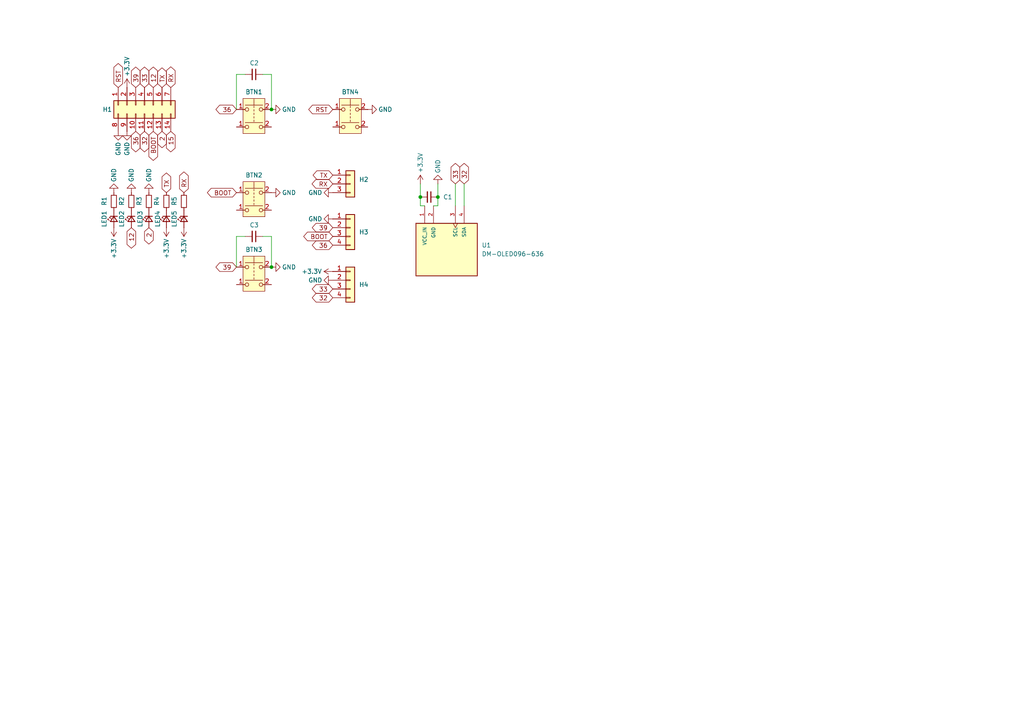
<source format=kicad_sch>
(kicad_sch (version 20231120) (generator "eeschema") (generator_version "8.0")
  (paper "A4")
  (lib_symbols
    (symbol "Connector_Generic:Conn_01x03" (pin_names (offset 1.016) hide)
      (property "Reference" "J" (at 0 5.08 0))
      (property "Value" "Conn_01x03" (at 0 -5.08 0))
      (symbol "Conn_01x03_1_1"
        (rectangle (start -1.27 -2.413) (end 0 -2.667) (stroke (width 0.1524)))
        (rectangle (start -1.27 0.127) (end 0 -0.127) (stroke (width 0.1524)))
        (rectangle (start -1.27 2.667) (end 0 2.413) (stroke (width 0.1524)))
        (rectangle (start -1.27 3.81) (end 1.27 -3.81) (stroke (width 0.254)) (fill (type background)))
        (pin passive line (at -5.08 2.54 0) (length 3.81) (name "Pin_1") (number "1"))
        (pin passive line (at -5.08 0 0) (length 3.81) (name "Pin_2") (number "2"))
        (pin passive line (at -5.08 -2.54 0) (length 3.81) (name "Pin_3") (number "3"))
      )
    )
    (symbol "Connector_Generic:Conn_01x04" (pin_names (offset 1.016) hide)
      (property "Reference" "J" (at 0 5.08 0))
      (property "Value" "Conn_01x04" (at 0 -7.62 0))
      (symbol "Conn_01x04_1_1"
        (rectangle (start -1.27 -4.953) (end 0 -5.207) (stroke (width 0.1524)))
        (rectangle (start -1.27 -2.413) (end 0 -2.667) (stroke (width 0.1524)))
        (rectangle (start -1.27 0.127) (end 0 -0.127) (stroke (width 0.1524)))
        (rectangle (start -1.27 2.667) (end 0 2.413) (stroke (width 0.1524)))
        (rectangle (start -1.27 3.81) (end 1.27 -6.35) (stroke (width 0.254)) (fill (type background)))
        (pin passive line (at -5.08 2.54 0) (length 3.81) (name "Pin_1") (number "1"))
        (pin passive line (at -5.08 0 0) (length 3.81) (name "Pin_2") (number "2"))
        (pin passive line (at -5.08 -2.54 0) (length 3.81) (name "Pin_3") (number "3"))
        (pin passive line (at -5.08 -5.08 0) (length 3.81) (name "Pin_4") (number "4"))
      )
    )
    (symbol "Connector_Generic:Conn_02x07_Top_Bottom" (pin_names (offset 1.016) hide)
      (property "Reference" "J1" (at -7.62 0.0001 0))
      (symbol "Conn_02x07_Top_Bottom_1_1"
        (rectangle (start -4.953 -3.81) (end -5.207 -2.54) (stroke (width 0.1524)))
        (rectangle (start -4.953 1.27) (end -5.207 0) (stroke (width 0.1524)))
        (rectangle (start -2.413 -3.81) (end -2.667 -2.54) (stroke (width 0.1524)))
        (rectangle (start -2.413 1.27) (end -2.667 0) (stroke (width 0.1524)))
        (rectangle (start 0.127 -3.81) (end -0.127 -2.54) (stroke (width 0.1524)))
        (rectangle (start 0.127 1.27) (end -0.127 0) (stroke (width 0.1524)))
        (rectangle (start 2.667 -3.81) (end 2.413 -2.54) (stroke (width 0.1524)))
        (rectangle (start 2.667 1.27) (end 2.413 0) (stroke (width 0.1524)))
        (rectangle (start 5.207 -3.81) (end 4.953 -2.54) (stroke (width 0.1524)))
        (rectangle (start 5.207 1.27) (end 4.953 0) (stroke (width 0.1524)))
        (rectangle (start 7.747 -3.81) (end 7.493 -2.54) (stroke (width 0.1524)))
        (rectangle (start 7.747 1.27) (end 7.493 0) (stroke (width 0.1524)))
        (rectangle (start 10.287 -3.81) (end 10.033 -2.54) (stroke (width 0.1524)))
        (rectangle (start 10.287 1.27) (end 10.033 0) (stroke (width 0.1524)))
        (rectangle (start 11.43 1.27) (end -6.35 -3.81) (stroke (width 0.254)) (fill (type background)))
        (pin passive line (at -5.08 5.08 270) (length 3.81) (name "Pin_1") (number "1"))
        (pin passive line (at 0 -7.62 90) (length 3.81) (name "Pin_10") (number "10"))
        (pin passive line (at 2.54 -7.62 90) (length 3.81) (name "Pin_11") (number "11"))
        (pin passive line (at 5.08 -7.62 90) (length 3.81) (name "Pin_12") (number "12"))
        (pin passive line (at 7.62 -7.62 90) (length 3.81) (name "Pin_13") (number "13"))
        (pin passive line (at 10.16 -7.62 90) (length 3.81) (name "Pin_14") (number "14"))
        (pin passive line (at -2.54 5.08 270) (length 3.81) (name "Pin_2") (number "2"))
        (pin passive line (at 0 5.08 270) (length 3.81) (name "Pin_3") (number "3"))
        (pin passive line (at 2.54 5.08 270) (length 3.81) (name "Pin_4") (number "4"))
        (pin passive line (at 5.08 5.08 270) (length 3.81) (name "Pin_5") (number "5"))
        (pin passive line (at 7.62 5.08 270) (length 3.81) (name "Pin_6") (number "6"))
        (pin passive line (at 10.16 5.08 270) (length 3.81) (name "Pin_7") (number "7"))
        (pin passive line (at -5.08 -7.62 90) (length 3.81) (name "Pin_8") (number "8"))
        (pin passive line (at -2.54 -7.62 90) (length 3.81) (name "Pin_9") (number "9"))
      )
    )
    (symbol "Device:C_Small" (pin_numbers hide) (pin_names (offset 0.254) hide)
      (property "Reference" "C" (at 0.254 1.778 0))
      (property "Value" "C_Small" (at 0.254 -2.032 0))
      (symbol "C_Small_0_1"
        (polyline (pts (xy -1.524 -0.508) (xy 1.524 -0.508)) (stroke (width 0.3302)))
        (polyline (pts (xy -1.524 0.508) (xy 1.524 0.508)) (stroke (width 0.3048)))
      )
      (symbol "C_Small_1_1"
        (pin passive line (at 0 2.54 270) (length 2.032) (name "~") (number "1"))
        (pin passive line (at 0 -2.54 90) (length 2.032) (name "~") (number "2"))
      )
    )
    (symbol "Device:LED_Small" (pin_numbers hide) (pin_names (offset 0.254) hide)
      (property "Reference" "D" (at -1.27 3.175 0))
      (property "Value" "LED_Small" (at -4.445 -2.54 0))
      (symbol "LED_Small_0_1"
        (polyline (pts (xy -0.762 -1.016) (xy -0.762 1.016)) (stroke (width 0.254)))
        (polyline (pts (xy 1.016 0) (xy -0.762 0)))
        (polyline (pts (xy 0.762 -1.016) (xy -0.762 0) (xy 0.762 1.016) (xy 0.762 -1.016)) (stroke (width 0.254)))
        (polyline (pts (xy 0 0.762) (xy -0.508 1.27) (xy -0.254 1.27) (xy -0.508 1.27) (xy -0.508 1.016)))
        (polyline (pts (xy 0.508 1.27) (xy 0 1.778) (xy 0.254 1.778) (xy 0 1.778) (xy 0 1.524)))
      )
      (symbol "LED_Small_1_1"
        (pin passive line (at -2.54 0 0) (length 1.778) (name "K") (number "1"))
        (pin passive line (at 2.54 0 180) (length 1.778) (name "A") (number "2"))
      )
    )
    (symbol "Device:R_Small" (pin_numbers hide) (pin_names (offset 0.254) hide)
      (property "Reference" "R" (at 0.762 0.508 0))
      (property "Value" "R_Small" (at 0.762 -1.016 0))
      (symbol "R_Small_0_1"
        (rectangle (start -0.762 1.778) (end 0.762 -1.778) (stroke (width 0.2032)))
      )
      (symbol "R_Small_1_1"
        (pin passive line (at 0 2.54 270) (length 0.762) (name "~") (number "1"))
        (pin passive line (at 0 -2.54 90) (length 0.762) (name "~") (number "2"))
      )
    )
    (symbol "SW_Push_Dual_1" (pin_names (offset 1.016) hide)
      (property "Reference" "BTN1" (at 0 7.62 0))
      (symbol "SW_Push_Dual_1_0_1"
        (circle (center -2.032 -2.54) (radius 0.508))
        (circle (center -2.032 2.54) (radius 0.508))
        (polyline (pts (xy 0 -0.508) (xy 0 -1.016)))
        (polyline (pts (xy 0 0.508) (xy 0 0)))
        (polyline (pts (xy 0 1.016) (xy 0 1.524)))
        (polyline (pts (xy 0 2.032) (xy 0 2.54)))
        (polyline (pts (xy 0 3.048) (xy 0 3.556)))
        (polyline (pts (xy 0 3.81) (xy 0 5.588)))
        (polyline (pts (xy 2.54 -1.27) (xy -2.54 -1.27)))
        (polyline (pts (xy 2.54 3.81) (xy -2.54 3.81)))
        (circle (center 2.032 -2.54) (radius 0.508))
        (circle (center 2.032 2.54) (radius 0.508))
        (pin passive line (at -5.08 2.54 0) (length 2.54) (name "1") (number "1"))
        (pin passive line (at 5.08 2.54 180) (length 2.54) (name "2") (number "2"))
      )
      (symbol "SW_Push_Dual_1_1_1"
        (rectangle (start -3.175 5.715) (end 3.175 -4.445) (fill (type background)))
        (pin passive line (at -5.08 -2.54 0) (length 2.54) (name "1") (number "1"))
        (pin passive line (at 5.08 -2.54 180) (length 2.54) (name "2") (number "2"))
      )
    )
    (symbol "extras:DM-OLED096-636" (pin_names (offset 1.016))
      (property "Reference" "U1" (at 1.2701 -8.89 90))
      (property "Value" "DM-OLED096-636" (at -1.2699 -8.89 90))
      (symbol "DM-OLED096-636_0_0"
        (rectangle (start -7.62 10.16) (end 7.62 -7.62) (stroke (width 0.254)) (fill (type background)))
        (pin input clock (at 12.7 -1.27 180) (length 5.08) (name "SCL") (number "3"))
        (pin bidirectional line (at 12.7 -3.81 180) (length 5.08) (name "SDA") (number "4"))
      )
      (symbol "DM-OLED096-636_1_0"
        (pin power_in line (at 12.7 7.62 180) (length 5.08) (name "VCC_IN") (number "1"))
        (pin power_in line (at 12.7 5.08 180) (length 5.08) (name "GND") (number "2"))
      )
    )
    (symbol "power:+3.3V" (power) (pin_numbers hide) (pin_names (offset 0) hide)
      (property "Value" "+3.3V" (at 0 3.556 0))
      (symbol "+3.3V_0_1"
        (polyline (pts (xy -0.762 1.27) (xy 0 2.54)))
        (polyline (pts (xy 0 0) (xy 0 2.54)))
        (polyline (pts (xy 0 2.54) (xy 0.762 1.27)))
      )
      (symbol "+3.3V_1_1"
        (pin power_in line (at 0 0 90) (length 0) (name "~") (number "1"))
      )
    )
    (symbol "power:GND" (power) (pin_numbers hide) (pin_names (offset 0) hide)
      (property "Value" "GND" (at 0 -3.81 0))
      (symbol "GND_0_1"
        (polyline (pts (xy 0 0) (xy 0 -1.27) (xy 1.27 -1.27) (xy 0 -2.54) (xy -1.27 -1.27) (xy 0 -1.27)))
      )
      (symbol "GND_1_1"
        (pin power_in line (at 0 0 270) (length 0) (name "~") (number "1"))
      )
    )
  )
  (junction (at 78.74 31.75))
  (junction (at 127 57.15))
  (junction (at 121.92 57.15))
  (junction (at 78.74 77.47))
  (wire (pts (xy 68.58 21.59) (xy 71.12 21.59)))
  (wire (pts (xy 68.58 68.58) (xy 68.58 77.47)))
  (wire (pts (xy 127 59.69) (xy 127 57.15)))
  (wire (pts (xy 71.12 68.58) (xy 68.58 68.58)))
  (wire (pts (xy 121.92 57.15) (xy 121.92 59.69)))
  (wire (pts (xy 121.92 53.34) (xy 121.92 57.15)))
  (wire (pts (xy 78.74 21.59) (xy 78.74 31.75)))
  (wire (pts (xy 127 59.69) (xy 125.73 59.69)))
  (wire (pts (xy 76.2 21.59) (xy 78.74 21.59)))
  (wire (pts (xy 76.2 68.58) (xy 78.74 68.58)))
  (wire (pts (xy 127 57.15) (xy 127 53.34)))
  (wire (pts (xy 68.58 21.59) (xy 68.58 31.75)))
  (wire (pts (xy 121.92 59.69) (xy 123.19 59.69)))
  (wire (pts (xy 132.08 53.34) (xy 132.08 59.69)))
  (wire (pts (xy 134.62 53.34) (xy 134.62 59.69)))
  (wire (pts (xy 78.74 68.58) (xy 78.74 77.47)))
  (global_label "BOOT" (shape bidirectional) (at 68.58 55.88 180) (property "Intersheetrefs" "${INTERSHEET_REFS}" (effects (hide yes))))
  (global_label "2" (shape bidirectional) (at 46.99 38.1 270) (property "Intersheetrefs" "${INTERSHEET_REFS}" (effects (hide yes))))
  (global_label "12" (shape bidirectional) (at 38.1 66.04 270) (property "Intersheetrefs" "${INTERSHEET_REFS}" (effects (hide yes))))
  (global_label "36" (shape bidirectional) (at 39.37 38.1 270) (property "Intersheetrefs" "${INTERSHEET_REFS}" (effects (hide yes))))
  (global_label "39" (shape bidirectional) (at 96.52 66.04 180) (property "Intersheetrefs" "${INTERSHEET_REFS}" (effects (hide yes))))
  (global_label "RX" (shape bidirectional) (at 96.52 53.34 180) (property "Intersheetrefs" "${INTERSHEET_REFS}" (effects (hide yes))))
  (global_label "TX" (shape bidirectional) (at 46.99 25.4 90) (property "Intersheetrefs" "${INTERSHEET_REFS}" (effects (hide yes))))
  (global_label "RX" (shape bidirectional) (at 53.34 55.88 90) (property "Intersheetrefs" "${INTERSHEET_REFS}" (effects (hide yes))))
  (global_label "36" (shape bidirectional) (at 96.52 71.12 180) (property "Intersheetrefs" "${INTERSHEET_REFS}" (effects (hide yes))))
  (global_label "BOOT" (shape bidirectional) (at 44.45 38.1 270) (property "Intersheetrefs" "${INTERSHEET_REFS}" (effects (hide yes))))
  (global_label "32" (shape bidirectional) (at 134.62 53.34 90) (property "Intersheetrefs" "${INTERSHEET_REFS}" (effects (hide yes))))
  (global_label "39" (shape bidirectional) (at 68.58 77.47 180) (property "Intersheetrefs" "${INTERSHEET_REFS}" (effects (hide yes))))
  (global_label "12" (shape bidirectional) (at 44.45 25.4 90) (property "Intersheetrefs" "${INTERSHEET_REFS}" (effects (hide yes))))
  (global_label "32" (shape bidirectional) (at 96.52 86.36 180) (property "Intersheetrefs" "${INTERSHEET_REFS}" (effects (hide yes))))
  (global_label "33" (shape bidirectional) (at 41.91 25.4 90) (property "Intersheetrefs" "${INTERSHEET_REFS}" (effects (hide yes))))
  (global_label "39" (shape bidirectional) (at 39.37 25.4 90) (property "Intersheetrefs" "${INTERSHEET_REFS}" (effects (hide yes))))
  (global_label "RX" (shape bidirectional) (at 49.53 25.4 90) (property "Intersheetrefs" "${INTERSHEET_REFS}" (effects (hide yes))))
  (global_label "TX" (shape bidirectional) (at 48.26 55.88 90) (property "Intersheetrefs" "${INTERSHEET_REFS}" (effects (hide yes))))
  (global_label "36" (shape bidirectional) (at 68.58 31.75 180) (property "Intersheetrefs" "${INTERSHEET_REFS}" (effects (hide yes))))
  (global_label "15" (shape bidirectional) (at 49.53 38.1 270) (property "Intersheetrefs" "${INTERSHEET_REFS}" (effects (hide yes))))
  (global_label "BOOT" (shape bidirectional) (at 96.52 68.58 180) (property "Intersheetrefs" "${INTERSHEET_REFS}" (effects (hide yes))))
  (global_label "33" (shape bidirectional) (at 96.52 83.82 180) (property "Intersheetrefs" "${INTERSHEET_REFS}" (effects (hide yes))))
  (global_label "RST" (shape bidirectional) (at 96.52 31.75 180) (property "Intersheetrefs" "${INTERSHEET_REFS}" (effects (hide yes))))
  (global_label "32" (shape bidirectional) (at 41.91 38.1 270) (property "Intersheetrefs" "${INTERSHEET_REFS}" (effects (hide yes))))
  (global_label "2" (shape bidirectional) (at 43.18 66.04 270) (property "Intersheetrefs" "${INTERSHEET_REFS}" (effects (hide yes))))
  (global_label "TX" (shape bidirectional) (at 96.52 50.8 180) (property "Intersheetrefs" "${INTERSHEET_REFS}" (effects (hide yes))))
  (global_label "RST" (shape bidirectional) (at 34.29 25.4 90) (property "Intersheetrefs" "${INTERSHEET_REFS}" (effects (hide yes))))
  (global_label "33" (shape bidirectional) (at 132.08 53.34 90) (property "Intersheetrefs" "${INTERSHEET_REFS}" (effects (hide yes))))
  (symbol (lib_name "SW_Push_Dual_1") (lib_id "Switch:SW_Push_Dual") (at 73.66 34.29 0) (unit 1)
    (property "Reference" "BTN1" (at 73.66 26.67 0))
    (property "Value" "SW_Push_Dual" (effects (hide yes)))
    (property "Footprint" "extras:SW_SPST_PTS645_handsolder" (effects (hide yes)))
    (property "Description" "SPST SMD Tactile Switch" (effects (hide yes)))
    (property "Order link 1" "https://www.hestore.hu/prod_10027966.html" (effects (hide yes)))
  )
  (symbol (lib_id "power:GND") (at 78.74 77.47 90) (unit 1)
    (property "Reference" "#PWR06" (effects (hide yes)))
    (property "Value" "GND" (at 83.82 77.47 90))
    (property "Description" "Power symbol creates a global label with name \"GND\" , ground" (effects (hide yes)))
  )
  (symbol (lib_id "Connector_Generic:Conn_01x03") (at 101.6 53.34 0) (unit 1)
    (property "Reference" "H2" (at 104.14 52.0699 0) (effects (justify left)))
    (property "Value" "Conn_01x03" (effects (hide yes)))
    (property "Footprint" "Connector_PinHeader_2.54mm:PinHeader_1x03_P2.54mm_Vertical" (effects (hide yes)))
    (property "Description" "Generic connector, single row, 01x03, script generated (kicad-library-utils/schlib/autogen/connector/)" (effects (hide yes)))
  )
  (symbol (lib_id "Device:LED_Small") (at 33.02 63.5 90) (mirror x) (unit 1)
    (property "Reference" "LED1" (at 30.226 63.5 0))
    (property "Value" "LED_Small" (effects (hide yes)))
    (property "Footprint" "LED_SMD:LED_0805_2012Metric_Pad1.15x1.40mm_HandSolder" (effects (hide yes)))
    (property "Description" "LED 0805, Yellow" (effects (hide yes)))
    (property "LCSC" "C2296" (effects (hide yes)))
    (property "Order link 1" "https://www.hestore.hu/prod_10036394.html" (effects (hide yes)))
  )
  (symbol (lib_id "Device:R_Small") (at 33.02 58.42 0) (unit 1)
    (property "Reference" "R1" (at 30.226 59.69 90) (effects (justify left)))
    (property "Value" "R_Small" (effects (hide yes)))
    (property "Footprint" "Resistor_SMD:R_0805_2012Metric_Pad1.20x1.40mm_HandSolder" (effects (hide yes)))
    (property "Description" "10k, SMD 0805" (effects (hide yes)))
    (property "LCSC" "C17414" (effects (hide yes)))
    (property "Order link 1" "https://www.hestore.hu/prod_10040338.html" (effects (hide yes)))
  )
  (symbol (lib_id "power:GND") (at 36.83 38.1 0) (unit 1)
    (property "Reference" "#PWR03" (effects (hide yes)))
    (property "Value" "GND" (at 36.83 43.18 90))
    (property "Description" "Power symbol creates a global label with name \"GND\" , ground" (effects (hide yes)))
  )
  (symbol (lib_id "Device:C_Small") (at 124.46 57.15 270) (unit 1)
    (property "Reference" "C1" (at 128.524 57.15 90) (effects (justify left)))
    (property "Value" "C_Small" (effects (hide yes)))
    (property "Footprint" "Capacitor_SMD:C_0805_2012Metric_Pad1.18x1.45mm_HandSolder" (effects (hide yes)))
    (property "Description" "50V 100nF X7R ±10% 0805 Multilayer Ceramic Capacitor" (effects (hide yes)))
    (property "LCSC" "C49678" (effects (hide yes)))
    (property "Order link 1" "https://www.hestore.hu/prod_10001122.html" (effects (hide yes)))
  )
  (symbol (lib_name "SW_Push_Dual_1") (lib_id "Switch:SW_Push_Dual") (at 73.66 58.42 0) (unit 1)
    (property "Reference" "BTN2" (at 73.66 50.8 0))
    (property "Value" "SW_Push_Dual" (effects (hide yes)))
    (property "Footprint" "extras:SW_SPST_PTS645_handsolder" (effects (hide yes)))
    (property "Description" "SPST SMD Tactile Switch" (effects (hide yes)))
    (property "Order link 1" "https://www.hestore.hu/prod_10027966.html" (effects (hide yes)))
  )
  (symbol (lib_id "Connector_Generic:Conn_02x07_Top_Bottom") (at 39.37 30.48 0) (unit 1) (in_bom no)
    (property "Reference" "H1" (at 32.512 31.75 0) (effects (justify right)))
    (property "Value" "Conn_02x07_Top_Bottom" (effects (hide yes)))
    (property "Footprint" "Connector_PinSocket_2.54mm:PinSocket_2x07_P2.54mm_Vertical" (effects (hide yes)))
    (property "Description" "Generic connector, double row, 02x07, top/bottom pin numbering scheme (row 1: 1...pins_per_row, row2: pins_per_row+1 ... num_pins), script generated (kicad-library-utils/schlib/autogen/connector/)" (effects (hide yes)))
    (property "Order link 1" "https://www.ebay.com/itm/384409362470" (effects (hide yes)))
  )
  (symbol (lib_id "power:+3.3V") (at 33.02 66.04 180) (unit 1)
    (property "Reference" "#PWR013" (effects (hide yes)))
    (property "Value" "+3.3V" (at 33.02 72.136 90))
    (property "Description" "Power symbol creates a global label with name \"+3.3V\"" (effects (hide yes)))
  )
  (symbol (lib_id "power:GND") (at 78.74 55.88 90) (unit 1)
    (property "Reference" "#PWR05" (effects (hide yes)))
    (property "Value" "GND" (at 83.82 55.88 90))
    (property "Description" "Power symbol creates a global label with name \"GND\" , ground" (effects (hide yes)))
  )
  (symbol (lib_id "power:+3.3V") (at 53.34 66.04 180) (unit 1)
    (property "Reference" "#PWR012" (effects (hide yes)))
    (property "Value" "+3.3V" (at 53.34 72.136 90))
    (property "Description" "Power symbol creates a global label with name \"+3.3V\"" (effects (hide yes)))
  )
  (symbol (lib_id "Device:C_Small") (at 73.66 68.58 270) (unit 1)
    (property "Reference" "C3" (at 72.39 65.278 90) (effects (justify left)))
    (property "Value" "C_Small" (effects (hide yes)))
    (property "Footprint" "Capacitor_SMD:C_0805_2012Metric_Pad1.18x1.45mm_HandSolder" (effects (hide yes)))
    (property "Description" "50V 100nF X7R ±10% 0805 Multilayer Ceramic Capacitor" (effects (hide yes)))
    (property "LCSC" "C49678" (effects (hide yes)))
    (property "Order link 1" "https://www.hestore.hu/prod_10001122.html" (effects (hide yes)))
  )
  (symbol (lib_id "Connector_Generic:Conn_01x04") (at 101.6 81.28 0) (unit 1)
    (property "Reference" "H4" (at 104.14 82.5499 0) (effects (justify left)))
    (property "Value" "Conn_01x04" (effects (hide yes)))
    (property "Footprint" "Connector_PinHeader_2.54mm:PinHeader_1x04_P2.54mm_Vertical" (effects (hide yes)))
    (property "Description" "Generic connector, single row, 01x04, script generated (kicad-library-utils/schlib/autogen/connector/)" (effects (hide yes)))
  )
  (symbol (lib_name "SW_Push_Dual_1") (lib_id "Switch:SW_Push_Dual") (at 101.6 34.29 0) (unit 1)
    (property "Reference" "BTN4" (at 101.6 26.67 0))
    (property "Value" "SW_Push_Dual" (effects (hide yes)))
    (property "Footprint" "extras:SW_SPST_PTS645_handsolder" (effects (hide yes)))
    (property "Description" "SPST SMD Tactile Switch" (effects (hide yes)))
    (property "Order link 1" "https://www.hestore.hu/prod_10027966.html" (effects (hide yes)))
  )
  (symbol (lib_id "Device:LED_Small") (at 53.34 63.5 90) (mirror x) (unit 1)
    (property "Reference" "LED5" (at 50.546 63.5 0))
    (property "Value" "LED_Small" (effects (hide yes)))
    (property "Footprint" "LED_SMD:LED_0805_2012Metric_Pad1.15x1.40mm_HandSolder" (effects (hide yes)))
    (property "Description" "LED 0805, Yellow" (effects (hide yes)))
    (property "LCSC" "C2296" (effects (hide yes)))
    (property "Order link 1" "https://www.hestore.hu/prod_10036384.html" (effects (hide yes)))
  )
  (symbol (lib_id "power:GND") (at 78.74 31.75 90) (unit 1)
    (property "Reference" "#PWR04" (effects (hide yes)))
    (property "Value" "GND" (at 83.82 31.75 90))
    (property "Description" "Power symbol creates a global label with name \"GND\" , ground" (effects (hide yes)))
  )
  (symbol (lib_id "Device:R_Small") (at 43.18 58.42 0) (unit 1)
    (property "Reference" "R3" (at 40.386 59.69 90) (effects (justify left)))
    (property "Value" "R_Small" (effects (hide yes)))
    (property "Footprint" "Resistor_SMD:R_0805_2012Metric_Pad1.20x1.40mm_HandSolder" (effects (hide yes)))
    (property "Description" "10k, SMD 0805" (effects (hide yes)))
    (property "LCSC" "C17414" (effects (hide yes)))
    (property "Order link 1" "https://www.hestore.hu/prod_10040338.html" (effects (hide yes)))
  )
  (symbol (lib_id "power:GND") (at 96.52 63.5 270) (unit 1)
    (property "Reference" "#PWR017" (effects (hide yes)))
    (property "Value" "GND" (at 91.44 63.5 90))
    (property "Description" "Power symbol creates a global label with name \"GND\" , ground" (effects (hide yes)))
  )
  (symbol (lib_id "Connector_Generic:Conn_01x04") (at 101.6 66.04 0) (unit 1)
    (property "Reference" "H3" (at 104.14 67.3099 0) (effects (justify left)))
    (property "Value" "Conn_01x04" (effects (hide yes)))
    (property "Footprint" "Connector_PinHeader_2.54mm:PinHeader_1x04_P2.54mm_Vertical" (effects (hide yes)))
    (property "Description" "Generic connector, single row, 01x04, script generated (kicad-library-utils/schlib/autogen/connector/)" (effects (hide yes)))
  )
  (symbol (lib_id "Device:R_Small") (at 48.26 58.42 0) (unit 1)
    (property "Reference" "R4" (at 45.466 59.69 90) (effects (justify left)))
    (property "Value" "R_Small" (effects (hide yes)))
    (property "Footprint" "Resistor_SMD:R_0805_2012Metric_Pad1.20x1.40mm_HandSolder" (effects (hide yes)))
    (property "Description" "10k, SMD 0805" (effects (hide yes)))
    (property "LCSC" "C17414" (effects (hide yes)))
    (property "Order link 1" "https://www.hestore.hu/prod_10040338.html" (effects (hide yes)))
  )
  (symbol (lib_id "Device:LED_Small") (at 43.18 63.5 90) (mirror x) (unit 1)
    (property "Reference" "LED3" (at 40.64 63.5 0))
    (property "Value" "LED_Small" (effects (hide yes)))
    (property "Footprint" "LED_SMD:LED_0805_2012Metric_Pad1.15x1.40mm_HandSolder" (effects (hide yes)))
    (property "Description" "LED 0805, Green" (effects (hide yes)))
    (property "LCSC" "C2297" (effects (hide yes)))
    (property "Order link 1" "https://www.hestore.hu/prod_10036384.html" (effects (hide yes)))
  )
  (symbol (lib_id "power:+3.3V") (at 48.26 66.04 180) (unit 1)
    (property "Reference" "#PWR011" (effects (hide yes)))
    (property "Value" "+3.3V" (at 48.26 72.136 90))
    (property "Description" "Power symbol creates a global label with name \"+3.3V\"" (effects (hide yes)))
  )
  (symbol (lib_id "power:GND") (at 96.52 55.88 270) (unit 1)
    (property "Reference" "#PWR016" (effects (hide yes)))
    (property "Value" "GND" (at 91.44 55.88 90))
    (property "Description" "Power symbol creates a global label with name \"GND\" , ground" (effects (hide yes)))
  )
  (symbol (lib_id "power:+3.3V") (at 96.52 78.74 90) (unit 1)
    (property "Reference" "#PWR019" (effects (hide yes)))
    (property "Value" "+3.3V" (at 90.424 78.74 90))
    (property "Description" "Power symbol creates a global label with name \"+3.3V\"" (effects (hide yes)))
  )
  (symbol (lib_id "power:GND") (at 34.29 38.1 0) (unit 1)
    (property "Reference" "#PWR01" (effects (hide yes)))
    (property "Value" "GND" (at 34.29 43.18 90))
    (property "Description" "Power symbol creates a global label with name \"GND\" , ground" (effects (hide yes)))
  )
  (symbol (lib_id "power:GND") (at 96.52 81.28 270) (unit 1)
    (property "Reference" "#PWR018" (effects (hide yes)))
    (property "Value" "GND" (at 91.44 81.28 90))
    (property "Description" "Power symbol creates a global label with name \"GND\" , ground" (effects (hide yes)))
  )
  (symbol (lib_id "extras:DM-OLED096-636") (at 130.81 72.39 90) (unit 1)
    (property "Reference" "U1" (at 139.7 71.1199 90) (effects (justify right)))
    (property "Value" "DM-OLED096-636" (at 139.7 73.6599 90) (effects (justify right)))
    (property "Footprint" "extras:display_oled_128x64_i2c" (effects (hide yes)))
    (property "MF" "Display Module" (effects (hide yes)))
    (property "MAXIMUM_PACKAGE_HEIGHT" "11.3 mm" (effects (hide yes)))
    (property "Package" "Package" (effects (hide yes)))
    (property "Price" "None" (effects (hide yes)))
    (property "Check_prices" "https://www.snapeda.com/parts/DM-OLED096-636/Display+Module/view-part/?ref=eda" (effects (hide yes)))
    (property "STANDARD" "Manufacturer Recommendations" (effects (hide yes)))
    (property "PARTREV" "2018-09-10" (effects (hide yes)))
    (property "SnapEDA_Link" "https://www.snapeda.com/parts/DM-OLED096-636/Display+Module/view-part/?ref=snap" (effects (hide yes)))
    (property "MP" "DM-OLED096-636" (effects (hide yes)))
    (property "Description_1" "\n0.96” 128 X 64 MONOCHROME GRAPHIC OLED DISPLAY MODULE - I2C\n" (effects (hide yes)))
    (property "Availability" "Not in stock" (effects (hide yes)))
    (property "MANUFACTURER" "Displaymodule" (effects (hide yes)))
    (property "Order link 1" "https://www.hestore.hu/prod_10035540.html" (effects (hide yes)))
  )
  (symbol (lib_id "Device:R_Small") (at 53.34 58.42 0) (unit 1)
    (property "Reference" "R5" (at 50.546 59.69 90) (effects (justify left)))
    (property "Value" "R_Small" (effects (hide yes)))
    (property "Footprint" "Resistor_SMD:R_0805_2012Metric_Pad1.20x1.40mm_HandSolder" (effects (hide yes)))
    (property "Description" "10k, SMD 0805" (effects (hide yes)))
    (property "LCSC" "C17414" (effects (hide yes)))
    (property "Order link 1" "https://www.hestore.hu/prod_10040338.html" (effects (hide yes)))
  )
  (symbol (lib_name "SW_Push_Dual_1") (lib_id "Switch:SW_Push_Dual") (at 73.66 80.01 0) (unit 1)
    (property "Reference" "BTN3" (at 73.66 72.39 0))
    (property "Value" "SW_Push_Dual" (effects (hide yes)))
    (property "Footprint" "extras:SW_SPST_PTS645_handsolder" (effects (hide yes)))
    (property "Description" "SPST SMD Tactile Switch" (effects (hide yes)))
    (property "Order link 1" "https://www.hestore.hu/prod_10027966.html" (effects (hide yes)))
  )
  (symbol (lib_id "power:GND") (at 127 53.34 180) (unit 1)
    (property "Reference" "#PWR015" (effects (hide yes)))
    (property "Value" "GND" (at 127 48.26 90))
    (property "Description" "Power symbol creates a global label with name \"GND\" , ground" (effects (hide yes)))
  )
  (symbol (lib_id "Device:LED_Small") (at 48.26 63.5 90) (mirror x) (unit 1)
    (property "Reference" "LED4" (at 45.72 63.5 0))
    (property "Value" "LED_Small" (effects (hide yes)))
    (property "Footprint" "LED_SMD:LED_0805_2012Metric_Pad1.15x1.40mm_HandSolder" (effects (hide yes)))
    (property "Description" "LED 0805, Green" (effects (hide yes)))
    (property "LCSC" "C2297" (effects (hide yes)))
    (property "Order link 1" "https://www.hestore.hu/prod_10036384.html" (effects (hide yes)))
  )
  (symbol (lib_id "power:+3.3V") (at 36.83 25.4 0) (unit 1)
    (property "Reference" "#PWR02" (effects (hide yes)))
    (property "Value" "+3.3V" (at 36.83 19.304 90))
    (property "Description" "Power symbol creates a global label with name \"+3.3V\"" (effects (hide yes)))
  )
  (symbol (lib_id "power:GND") (at 43.18 55.88 180) (unit 1)
    (property "Reference" "#PWR010" (effects (hide yes)))
    (property "Value" "GND" (at 43.18 50.8 90))
    (property "Description" "Power symbol creates a global label with name \"GND\" , ground" (effects (hide yes)))
  )
  (symbol (lib_id "Device:R_Small") (at 38.1 58.42 0) (unit 1)
    (property "Reference" "R2" (at 35.306 59.69 90) (effects (justify left)))
    (property "Value" "R_Small" (effects (hide yes)))
    (property "Footprint" "Resistor_SMD:R_0805_2012Metric_Pad1.20x1.40mm_HandSolder" (effects (hide yes)))
    (property "Description" "10k, SMD 0805" (effects (hide yes)))
    (property "LCSC" "C17414" (effects (hide yes)))
    (property "Order link 1" "https://www.hestore.hu/prod_10040338.html" (effects (hide yes)))
  )
  (symbol (lib_id "Device:LED_Small") (at 38.1 63.5 90) (mirror x) (unit 1)
    (property "Reference" "LED2" (at 35.306 63.5 0))
    (property "Value" "LED_Small" (effects (hide yes)))
    (property "Footprint" "LED_SMD:LED_0805_2012Metric_Pad1.15x1.40mm_HandSolder" (effects (hide yes)))
    (property "Description" "LED 0805, Red" (effects (hide yes)))
    (property "LCSC" "C84256" (effects (hide yes)))
    (property "Order link 1" "https://www.hestore.hu/prod_10043215.html" (effects (hide yes)))
  )
  (symbol (lib_id "power:GND") (at 33.02 55.88 180) (unit 1)
    (property "Reference" "#PWR08" (effects (hide yes)))
    (property "Value" "GND" (at 33.02 50.8 90))
    (property "Description" "Power symbol creates a global label with name \"GND\" , ground" (effects (hide yes)))
  )
  (symbol (lib_id "Device:C_Small") (at 73.66 21.59 270) (unit 1)
    (property "Reference" "C2" (at 72.39 18.288 90) (effects (justify left)))
    (property "Value" "C_Small" (effects (hide yes)))
    (property "Footprint" "Capacitor_SMD:C_0805_2012Metric_Pad1.18x1.45mm_HandSolder" (effects (hide yes)))
    (property "Description" "50V 100nF X7R ±10% 0805 Multilayer Ceramic Capacitor" (effects (hide yes)))
    (property "LCSC" "C49678" (effects (hide yes)))
    (property "Order link 1" "https://www.hestore.hu/prod_10001122.html" (effects (hide yes)))
  )
  (symbol (lib_id "power:+3.3V") (at 121.92 53.34 0) (unit 1)
    (property "Reference" "#PWR014" (effects (hide yes)))
    (property "Value" "+3.3V" (at 121.92 47.244 90))
    (property "Description" "Power symbol creates a global label with name \"+3.3V\"" (effects (hide yes)))
  )
  (symbol (lib_id "power:GND") (at 38.1 55.88 180) (unit 1)
    (property "Reference" "#PWR09" (effects (hide yes)))
    (property "Value" "GND" (at 38.1 50.8 90))
    (property "Description" "Power symbol creates a global label with name \"GND\" , ground" (effects (hide yes)))
  )
  (symbol (lib_id "power:GND") (at 106.68 31.75 90) (unit 1)
    (property "Reference" "#PWR07" (effects (hide yes)))
    (property "Value" "GND" (at 111.76 31.75 90))
    (property "Description" "Power symbol creates a global label with name \"GND\" , ground" (effects (hide yes)))
  )
)
</source>
